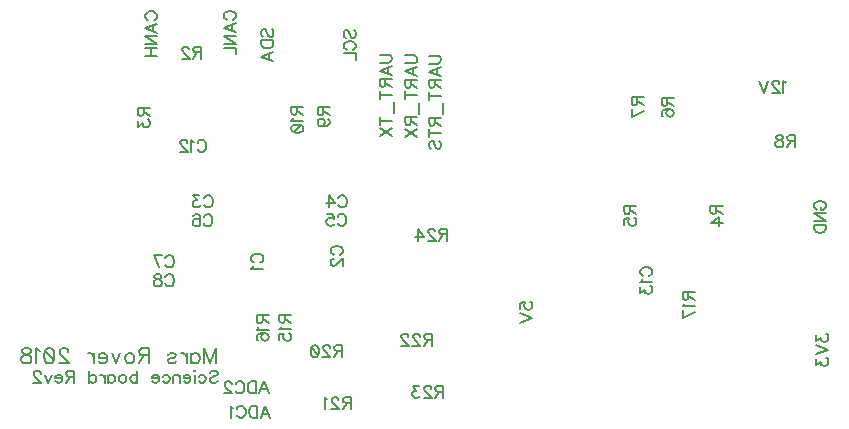
<source format=gbr>
G04 DipTrace 3.2.0.0*
G04 Science_board_v2_BottomSilk.gbr*
%MOMM*%
G04 #@! TF.FileFunction,Legend,Bot*
G04 #@! TF.Part,Single*
%ADD104C,0.15*%
%ADD105C,0.15686*%
%ADD106C,0.19608*%
%FSLAX35Y35*%
G04*
G71*
G90*
G75*
G01*
G04 BotSilk*
%LPD*%
X6760246Y3369685D2*
D104*
X6750476Y3374626D1*
X6735876Y3389114D1*
Y3287139D1*
X6700934Y3364856D2*
Y3369685D1*
X6696105Y3379456D1*
X6691276Y3384285D1*
X6681505Y3389114D1*
X6662076D1*
X6652417Y3384285D1*
X6647588Y3379456D1*
X6642646Y3369685D1*
Y3360026D1*
X6647588Y3350256D1*
X6657246Y3335768D1*
X6705876Y3287139D1*
X6637817D1*
X6607817Y3389226D2*
X6568959Y3287139D1*
X6530100Y3389226D1*
X7015666Y1238396D2*
Y1185050D1*
X7054525Y1214138D1*
Y1199538D1*
X7059354Y1189879D1*
X7064183Y1185050D1*
X7078783Y1180109D1*
X7088442Y1180108D1*
X7103042Y1185050D1*
X7112812Y1194708D1*
X7117642Y1209308D1*
Y1223908D1*
X7112812Y1238396D1*
X7107871Y1243225D1*
X7098212Y1248167D1*
X7015554Y1150109D2*
X7117642Y1111250D1*
X7015554Y1072392D1*
X7015666Y1032621D2*
Y979275D1*
X7054525Y1008363D1*
Y993763D1*
X7059354Y984104D1*
X7064183Y979275D1*
X7078783Y974333D1*
X7088442D1*
X7103042Y979275D1*
X7112812Y988933D1*
X7117642Y1003533D1*
Y1018133D1*
X7112812Y1032621D1*
X7107871Y1037450D1*
X7098212Y1042392D1*
X4507416Y1458350D2*
Y1506867D1*
X4551104Y1511696D1*
X4546275Y1506867D1*
X4541333Y1492267D1*
Y1477779D1*
X4546275Y1463179D1*
X4555933Y1453409D1*
X4570533Y1448579D1*
X4580192D1*
X4594792Y1453409D1*
X4604562Y1463179D1*
X4609392Y1477779D1*
Y1492267D1*
X4604562Y1506867D1*
X4599621Y1511696D1*
X4589962Y1516638D1*
X4507304Y1418579D2*
X4609392Y1379721D1*
X4507304Y1340863D1*
X2311244Y534108D2*
X2350215Y636196D1*
X2389073Y534108D1*
X2374473Y568138D2*
X2325844D1*
X2281244Y636196D2*
Y534108D1*
X2247215D1*
X2232615Y539050D1*
X2222844Y548708D1*
X2218015Y558479D1*
X2213185Y572967D1*
Y597338D1*
X2218015Y611938D1*
X2222844Y621596D1*
X2232615Y631367D1*
X2247215Y636196D1*
X2281244D1*
X2110298Y611938D2*
X2115127Y621596D1*
X2124898Y631367D1*
X2134556Y636196D1*
X2153985D1*
X2163756Y631367D1*
X2173415Y621596D1*
X2178356Y611938D1*
X2183185Y597338D1*
Y572967D1*
X2178356Y558479D1*
X2173415Y548708D1*
X2163756Y539050D1*
X2153985Y534108D1*
X2134556D1*
X2124898Y539050D1*
X2115127Y548708D1*
X2110298Y558479D1*
X2080298Y616655D2*
X2070527Y621596D1*
X2055927Y636084D1*
Y534108D1*
X2301338Y741295D2*
X2340308Y843383D1*
X2379167Y741295D1*
X2364567Y775325D2*
X2315938D1*
X2271338Y843383D2*
Y741295D1*
X2237308D1*
X2222708Y746237D1*
X2212938Y755895D1*
X2208108Y765666D1*
X2203279Y780154D1*
Y804525D1*
X2208108Y819125D1*
X2212938Y828783D1*
X2222708Y838554D1*
X2237308Y843383D1*
X2271338D1*
X2100392Y819125D2*
X2105221Y828783D1*
X2114992Y838554D1*
X2124650Y843383D1*
X2144079D1*
X2153850Y838554D1*
X2163508Y828783D1*
X2168450Y819125D1*
X2173279Y804525D1*
Y780154D1*
X2168450Y765666D1*
X2163508Y755895D1*
X2153850Y746237D1*
X2144079Y741295D1*
X2124650D1*
X2114992Y746237D1*
X2105221Y755895D1*
X2100392Y765666D1*
X2065450Y819012D2*
Y823842D1*
X2060621Y833612D1*
X2055792Y838442D1*
X2046021Y843271D1*
X2026592D1*
X2016933Y838442D1*
X2012104Y833612D1*
X2007162Y823842D1*
Y814183D1*
X2012104Y804412D1*
X2021762Y789925D1*
X2070392Y741295D1*
X2002333D1*
X2255876Y1850492D2*
X2246217Y1855321D1*
X2236446Y1865092D1*
X2231617Y1874750D1*
Y1894179D1*
X2236446Y1903950D1*
X2246217Y1913609D1*
X2255876Y1918550D1*
X2270476Y1923379D1*
X2294846D1*
X2309334Y1918550D1*
X2319105Y1913609D1*
X2328763Y1903950D1*
X2333705Y1894179D1*
Y1874750D1*
X2328763Y1865092D1*
X2319105Y1855321D1*
X2309334Y1850492D1*
X2251159Y1820492D2*
X2246217Y1810721D1*
X2231729Y1796121D1*
X2333705D1*
X2930299Y1915849D2*
X2920641Y1920678D1*
X2910870Y1930449D1*
X2906041Y1940107D1*
Y1959537D1*
X2910870Y1969307D1*
X2920641Y1978966D1*
X2930299Y1983907D1*
X2944899Y1988736D1*
X2969270D1*
X2983758Y1983907D1*
X2993528Y1978966D1*
X3003187Y1969307D1*
X3008128Y1959536D1*
Y1940107D1*
X3003187Y1930449D1*
X2993528Y1920678D1*
X2983758Y1915849D1*
X2930411Y1880907D2*
X2925582D1*
X2915811Y1876078D1*
X2910982Y1871249D1*
X2906153Y1861478D1*
Y1842049D1*
X2910982Y1832391D1*
X2915811Y1827561D1*
X2925582Y1822620D1*
X2935241D1*
X2945011Y1827561D1*
X2959499Y1837220D1*
X3008128Y1885849D1*
Y1817791D1*
X1832335Y2393438D2*
X1837165Y2403096D1*
X1846935Y2412867D1*
X1856594Y2417696D1*
X1876023D1*
X1885794Y2412867D1*
X1895452Y2403096D1*
X1900394Y2393438D1*
X1905223Y2378838D1*
Y2354467D1*
X1900394Y2339979D1*
X1895452Y2330208D1*
X1885794Y2320550D1*
X1876023Y2315608D1*
X1856594D1*
X1846935Y2320550D1*
X1837165Y2330208D1*
X1832335Y2339979D1*
X1792565Y2417584D2*
X1739218D1*
X1768306Y2378725D1*
X1753706D1*
X1744048Y2373896D1*
X1739218Y2369067D1*
X1734277Y2354467D1*
Y2344808D1*
X1739218Y2330208D1*
X1748877Y2320438D1*
X1763477Y2315608D1*
X1778077D1*
X1792565Y2320438D1*
X1797394Y2325379D1*
X1802335Y2335038D1*
X2966500Y2393438D2*
X2971329Y2403096D1*
X2981100Y2412867D1*
X2990758Y2417696D1*
X3010188D1*
X3019958Y2412867D1*
X3029617Y2403096D1*
X3034558Y2393438D1*
X3039388Y2378838D1*
Y2354467D1*
X3034558Y2339979D1*
X3029617Y2330208D1*
X3019958Y2320550D1*
X3010188Y2315608D1*
X2990758D1*
X2981100Y2320550D1*
X2971329Y2330208D1*
X2966500Y2339979D1*
X2887871Y2315608D2*
Y2417584D1*
X2936500Y2349638D1*
X2863612D1*
X2964085Y2237875D2*
X2968915Y2247533D1*
X2978685Y2257304D1*
X2988344Y2262133D1*
X3007773D1*
X3017544Y2257304D1*
X3027202Y2247533D1*
X3032144Y2237875D1*
X3036973Y2223275D1*
Y2198904D1*
X3032144Y2184416D1*
X3027202Y2174645D1*
X3017544Y2164987D1*
X3007773Y2160045D1*
X2988344D1*
X2978685Y2164987D1*
X2968915Y2174645D1*
X2964085Y2184416D1*
X2875798Y2262021D2*
X2924315D1*
X2929144Y2218333D1*
X2924315Y2223162D1*
X2909715Y2228104D1*
X2895227D1*
X2880627Y2223162D1*
X2870856Y2213504D1*
X2866027Y2198904D1*
Y2189245D1*
X2870856Y2174645D1*
X2880627Y2164875D1*
X2895227Y2160045D1*
X2909715D1*
X2924315Y2164875D1*
X2929144Y2169816D1*
X2934085Y2179475D1*
X1829865Y2234688D2*
X1834694Y2244346D1*
X1844465Y2254117D1*
X1854123Y2258946D1*
X1873552D1*
X1883323Y2254117D1*
X1892982Y2244346D1*
X1897923Y2234688D1*
X1902752Y2220088D1*
Y2195717D1*
X1897923Y2181229D1*
X1892982Y2171458D1*
X1883323Y2161800D1*
X1873552Y2156858D1*
X1854123D1*
X1844465Y2161800D1*
X1834694Y2171458D1*
X1829865Y2181229D1*
X1741577Y2244346D2*
X1746406Y2254005D1*
X1761006Y2258834D1*
X1770665D1*
X1785265Y2254005D1*
X1795035Y2239405D1*
X1799865Y2215146D1*
Y2190888D1*
X1795035Y2171458D1*
X1785265Y2161688D1*
X1770665Y2156858D1*
X1765835D1*
X1751348Y2161688D1*
X1741577Y2171458D1*
X1736748Y2186058D1*
Y2190888D1*
X1741577Y2205488D1*
X1751348Y2215146D1*
X1765835Y2219975D1*
X1770665D1*
X1785265Y2215146D1*
X1795035Y2205488D1*
X1799865Y2190888D1*
X1503585Y1885438D2*
X1508415Y1895096D1*
X1518185Y1904867D1*
X1527844Y1909696D1*
X1547273D1*
X1557044Y1904867D1*
X1566702Y1895096D1*
X1571644Y1885438D1*
X1576473Y1870838D1*
Y1846467D1*
X1571644Y1831979D1*
X1566702Y1822208D1*
X1557044Y1812550D1*
X1547273Y1807608D1*
X1527844D1*
X1518185Y1812550D1*
X1508415Y1822208D1*
X1503585Y1831979D1*
X1454156Y1807608D2*
X1405527Y1909584D1*
X1473585D1*
X1503529Y1726688D2*
X1508358Y1736346D1*
X1518129Y1746117D1*
X1527788Y1750946D1*
X1547217D1*
X1556988Y1746117D1*
X1566646Y1736346D1*
X1571588Y1726688D1*
X1576417Y1712088D1*
Y1687717D1*
X1571588Y1673229D1*
X1566646Y1663458D1*
X1556988Y1653800D1*
X1547217Y1648858D1*
X1527788D1*
X1518129Y1653800D1*
X1508358Y1663458D1*
X1503529Y1673229D1*
X1449271Y1750834D2*
X1463758Y1746005D1*
X1468700Y1736346D1*
Y1726575D1*
X1463758Y1716917D1*
X1454100Y1711975D1*
X1434671Y1707146D1*
X1420071Y1702317D1*
X1410412Y1692546D1*
X1405583Y1682888D1*
Y1668288D1*
X1410412Y1658629D1*
X1415242Y1653688D1*
X1429842Y1648858D1*
X1449271D1*
X1463758Y1653688D1*
X1468700Y1658629D1*
X1473529Y1668288D1*
Y1682888D1*
X1468700Y1692546D1*
X1458929Y1702317D1*
X1444442Y1707146D1*
X1425012Y1711975D1*
X1415242Y1716917D1*
X1410412Y1726575D1*
Y1736346D1*
X1415242Y1746005D1*
X1429842Y1750834D1*
X1449271D1*
X1777524Y2863874D2*
X1782353Y2873533D1*
X1792124Y2883304D1*
X1801783Y2888133D1*
X1821212D1*
X1830983Y2883304D1*
X1840641Y2873533D1*
X1845583Y2863874D1*
X1850412Y2849274D1*
Y2824904D1*
X1845583Y2810416D1*
X1840641Y2800645D1*
X1830983Y2790987D1*
X1821212Y2786045D1*
X1801783D1*
X1792124Y2790987D1*
X1782353Y2800645D1*
X1777524Y2810416D1*
X1747524Y2868591D2*
X1737753Y2873533D1*
X1723153Y2888021D1*
Y2786045D1*
X1688212Y2863762D2*
Y2868591D1*
X1683383Y2878362D1*
X1678553Y2883191D1*
X1668783Y2888021D1*
X1649353D1*
X1639695Y2883191D1*
X1634866Y2878362D1*
X1629924Y2868591D1*
Y2858933D1*
X1634866Y2849162D1*
X1644524Y2834674D1*
X1693153Y2786045D1*
X1625095D1*
X5547682Y1736288D2*
X5538024Y1741117D1*
X5528253Y1750888D1*
X5523424Y1760546D1*
Y1779975D1*
X5528253Y1789746D1*
X5538024Y1799404D1*
X5547682Y1804346D1*
X5562282Y1809175D1*
X5586653D1*
X5601141Y1804346D1*
X5610912Y1799404D1*
X5620570Y1789746D1*
X5625512Y1779975D1*
Y1760546D1*
X5620570Y1750887D1*
X5610912Y1741117D1*
X5601141Y1736287D1*
X5542966Y1706288D2*
X5538024Y1696517D1*
X5523536Y1681917D1*
X5625512D1*
X5523536Y1642146D2*
Y1588800D1*
X5562395Y1617888D1*
Y1603288D1*
X5567224Y1593629D1*
X5572053Y1588800D1*
X5586653Y1583859D1*
X5596312D1*
X5610912Y1588800D1*
X5620682Y1598459D1*
X5625512Y1613058D1*
Y1627658D1*
X5620682Y1642146D1*
X5615741Y1646975D1*
X5606082Y1651917D1*
X1356562Y3902029D2*
X1346904Y3906859D1*
X1337133Y3916629D1*
X1332304Y3926288D1*
Y3945717D1*
X1337133Y3955488D1*
X1346904Y3965146D1*
X1356562Y3970088D1*
X1371162Y3974917D1*
X1395533D1*
X1410021Y3970088D1*
X1419792Y3965146D1*
X1429450Y3955488D1*
X1434392Y3945717D1*
Y3926288D1*
X1429450Y3916629D1*
X1419792Y3906858D1*
X1410021Y3902029D1*
X1434392Y3794200D2*
X1332304Y3833171D1*
X1434392Y3872029D1*
X1400362Y3857429D2*
Y3808800D1*
X1332304Y3696142D2*
X1434392D1*
X1332304Y3764200D1*
X1434392D1*
X1332304Y3666142D2*
X1434392D1*
X1332304Y3598083D2*
X1434392D1*
X1380933Y3666142D2*
Y3598083D1*
X2023312Y3905894D2*
X2013654Y3910723D1*
X2003883Y3920494D1*
X1999054Y3930152D1*
Y3949582D1*
X2003883Y3959352D1*
X2013654Y3969011D1*
X2023312Y3973952D1*
X2037912Y3978782D1*
X2062283D1*
X2076771Y3973952D1*
X2086542Y3969011D1*
X2096200Y3959352D1*
X2101142Y3949582D1*
Y3930152D1*
X2096200Y3920494D1*
X2086542Y3910723D1*
X2076771Y3905894D1*
X2101142Y3798065D2*
X1999054Y3837035D1*
X2101142Y3875894D1*
X2067112Y3861294D2*
Y3812665D1*
X1999054Y3700006D2*
X2101142D1*
X1999054Y3768065D1*
X2101142D1*
X1999054Y3670006D2*
X2101142D1*
Y3611719D1*
X7020276Y2298018D2*
X7010617Y2302847D1*
X7000846Y2312618D1*
X6996017Y2322277D1*
Y2341706D1*
X7000846Y2351476D1*
X7010617Y2361135D1*
X7020276Y2366076D1*
X7034875Y2370906D1*
X7059246D1*
X7073734Y2366076D1*
X7083505Y2361135D1*
X7093163Y2351476D1*
X7098105Y2341706D1*
Y2322276D1*
X7093163Y2312618D1*
X7083505Y2302847D1*
X7073734Y2298018D1*
X7059246D1*
Y2322276D1*
X6996017Y2199960D2*
X7098105D1*
X6996017Y2268018D1*
X7098105D1*
X6996017Y2169960D2*
X7098105D1*
Y2135930D1*
X7093163Y2121331D1*
X7083505Y2111560D1*
X7073734Y2106731D1*
X7059246Y2101901D1*
X7034875D1*
X7020275Y2106731D1*
X7010617Y2111560D1*
X7000846Y2121331D1*
X6996017Y2135931D1*
Y2169960D1*
X1807558Y3629837D2*
X1763871D1*
X1749271Y3634778D1*
X1744329Y3639608D1*
X1739500Y3649266D1*
Y3659037D1*
X1744329Y3668695D1*
X1749271Y3673637D1*
X1763871Y3678466D1*
X1807558D1*
Y3576378D1*
X1773529Y3629837D2*
X1739500Y3576378D1*
X1704558Y3654095D2*
Y3658925D1*
X1699729Y3668695D1*
X1694900Y3673525D1*
X1685129Y3678354D1*
X1665700D1*
X1656042Y3673525D1*
X1651212Y3668695D1*
X1646271Y3658925D1*
Y3649266D1*
X1651212Y3639495D1*
X1660871Y3625008D1*
X1709500Y3576378D1*
X1641442D1*
X1320683Y3159559D2*
Y3115871D1*
X1315742Y3101271D1*
X1310912Y3096329D1*
X1301254Y3091500D1*
X1291483D1*
X1281825Y3096329D1*
X1276883Y3101271D1*
X1272054Y3115871D1*
Y3159559D1*
X1374142Y3159558D1*
X1320683Y3125529D2*
X1374142Y3091500D1*
X1272166Y3051730D2*
Y2998383D1*
X1311025Y3027471D1*
Y3012871D1*
X1315854Y3003213D1*
X1320683Y2998383D1*
X1335283Y2993442D1*
X1344942D1*
X1359542Y2998383D1*
X1369312Y3008042D1*
X1374142Y3022642D1*
Y3037242D1*
X1369312Y3051729D1*
X1364371Y3056559D1*
X1354712Y3061500D1*
X6168433Y2329473D2*
Y2285785D1*
X6163492Y2271186D1*
X6158662Y2266244D1*
X6149004Y2261415D1*
X6139233D1*
X6129575Y2266244D1*
X6124633Y2271186D1*
X6119804Y2285786D1*
Y2329473D1*
X6221892D1*
X6168433Y2295444D2*
X6221892Y2261415D1*
Y2182786D2*
X6119916D1*
X6187862Y2231415D1*
Y2158527D1*
X5438183Y2327059D2*
Y2283371D1*
X5433242Y2268771D1*
X5428412Y2263829D1*
X5418754Y2259000D1*
X5408983D1*
X5399325Y2263829D1*
X5394383Y2268771D1*
X5389554Y2283371D1*
Y2327059D1*
X5491642Y2327058D1*
X5438183Y2293029D2*
X5491642Y2259000D1*
X5389666Y2170713D2*
Y2219230D1*
X5433354Y2224059D1*
X5428525Y2219229D1*
X5423583Y2204630D1*
Y2190142D1*
X5428525Y2175542D1*
X5438183Y2165771D1*
X5452783Y2160942D1*
X5462442D1*
X5477042Y2165771D1*
X5486812Y2175542D1*
X5491642Y2190142D1*
Y2204629D1*
X5486812Y2219229D1*
X5481871Y2224059D1*
X5472212Y2229000D1*
X5755683Y3245338D2*
Y3201650D1*
X5750742Y3187050D1*
X5745912Y3182109D1*
X5736254Y3177279D1*
X5726483D1*
X5716825Y3182109D1*
X5711883Y3187050D1*
X5707054Y3201650D1*
Y3245338D1*
X5809142D1*
X5755683Y3211309D2*
X5809142Y3177279D1*
X5721654Y3088992D2*
X5711995Y3093821D1*
X5707166Y3108421D1*
Y3118080D1*
X5711995Y3132680D1*
X5726596Y3142450D1*
X5750854Y3147279D1*
X5775112D1*
X5794542Y3142450D1*
X5804312Y3132679D1*
X5809142Y3118079D1*
Y3113250D1*
X5804312Y3098763D1*
X5794542Y3088992D1*
X5779942Y3084163D1*
X5775112D1*
X5760512Y3088992D1*
X5750854Y3098763D1*
X5746025Y3113250D1*
Y3118080D1*
X5750854Y3132679D1*
X5760512Y3142450D1*
X5775112Y3147279D1*
X5501683Y3247809D2*
Y3204121D1*
X5496742Y3189521D1*
X5491912Y3184579D1*
X5482254Y3179750D1*
X5472483D1*
X5462825Y3184579D1*
X5457883Y3189521D1*
X5453054Y3204121D1*
Y3247809D1*
X5555142Y3247808D1*
X5501683Y3213779D2*
X5555142Y3179750D1*
Y3130321D2*
X5453166Y3081692D1*
Y3149750D1*
X6835502Y2880317D2*
X6791815D1*
X6777215Y2885258D1*
X6772273Y2890088D1*
X6767444Y2899746D1*
Y2909517D1*
X6772273Y2919175D1*
X6777215Y2924117D1*
X6791815Y2928946D1*
X6835502D1*
Y2826858D1*
X6801473Y2880317D2*
X6767444Y2826858D1*
X6713185Y2928834D2*
X6727673Y2924005D1*
X6732615Y2914346D1*
Y2904575D1*
X6727673Y2894917D1*
X6718015Y2889975D1*
X6698585Y2885146D1*
X6683985Y2880317D1*
X6674327Y2870546D1*
X6669498Y2860888D1*
Y2846288D1*
X6674327Y2836629D1*
X6679156Y2831688D1*
X6693756Y2826858D1*
X6713185D1*
X6727673Y2831688D1*
X6732615Y2836629D1*
X6737444Y2846288D1*
Y2860888D1*
X6732615Y2870546D1*
X6722844Y2880317D1*
X6708356Y2885146D1*
X6688927Y2889975D1*
X6679156Y2894917D1*
X6674327Y2904575D1*
Y2914346D1*
X6679156Y2924005D1*
X6693756Y2928834D1*
X6713185D1*
X2841433Y3165644D2*
Y3121956D1*
X2836492Y3107356D1*
X2831662Y3102415D1*
X2822004Y3097586D1*
X2812233D1*
X2802575Y3102415D1*
X2797633Y3107356D1*
X2792804Y3121956D1*
Y3165644D1*
X2894892D1*
X2841433Y3131615D2*
X2894892Y3097585D1*
X2826833Y3004356D2*
X2841433Y3009298D1*
X2851204Y3018956D1*
X2856033Y3033556D1*
Y3038386D1*
X2851204Y3052986D1*
X2841433Y3062644D1*
X2826833Y3067586D1*
X2822004D1*
X2807404Y3062644D1*
X2797745Y3052986D1*
X2792916Y3038386D1*
Y3033556D1*
X2797745Y3018956D1*
X2807404Y3009298D1*
X2826833Y3004356D1*
X2851204D1*
X2875462Y3009298D1*
X2890062Y3018956D1*
X2894892Y3033556D1*
Y3043215D1*
X2890062Y3057815D1*
X2880292Y3062644D1*
X2618690Y3169174D2*
Y3125486D1*
X2613748Y3110886D1*
X2608919Y3105945D1*
X2599261Y3101116D1*
X2589490D1*
X2579831Y3105945D1*
X2574890Y3110886D1*
X2570061Y3125486D1*
Y3169174D1*
X2672148D1*
X2618690Y3135145D2*
X2672148Y3101115D1*
X2589602Y3071116D2*
X2584661Y3061345D1*
X2570173Y3046745D1*
X2672148D1*
X2570173Y2987545D2*
X2575002Y3002145D1*
X2589602Y3011916D1*
X2613861Y3016745D1*
X2628461D1*
X2652719Y3011916D1*
X2667319Y3002145D1*
X2672148Y2987545D1*
Y2977886D1*
X2667319Y2963286D1*
X2652719Y2953628D1*
X2628461Y2948686D1*
X2613861D1*
X2589602Y2953628D1*
X2575002Y2963286D1*
X2570173Y2977886D1*
Y2987545D1*
X2589602Y2953628D2*
X2652719Y3011916D1*
X2517353Y1405547D2*
Y1361860D1*
X2512412Y1347260D1*
X2507582Y1342318D1*
X2497924Y1337489D1*
X2488153D1*
X2478495Y1342318D1*
X2473553Y1347260D1*
X2468724Y1361860D1*
Y1405547D1*
X2570812D1*
X2517353Y1371518D2*
X2570812Y1337489D1*
X2488266Y1307489D2*
X2483324Y1297718D1*
X2468836Y1283118D1*
X2570812D1*
X2468836Y1194831D2*
Y1243347D1*
X2512524Y1248177D1*
X2507695Y1243347D1*
X2502753Y1228747D1*
Y1214260D1*
X2507695Y1199660D1*
X2517353Y1189889D1*
X2531953Y1185060D1*
X2541612D1*
X2556212Y1189889D1*
X2565982Y1199660D1*
X2570812Y1214260D1*
Y1228747D1*
X2565982Y1243347D1*
X2561041Y1248177D1*
X2551382Y1253118D1*
X2326853Y1403076D2*
Y1359389D1*
X2321912Y1344789D1*
X2317082Y1339847D1*
X2307424Y1335018D1*
X2297653D1*
X2287995Y1339847D1*
X2283053Y1344789D1*
X2278224Y1359389D1*
Y1403077D1*
X2380312Y1403076D1*
X2326853Y1369047D2*
X2380312Y1335018D1*
X2297766Y1305018D2*
X2292824Y1295247D1*
X2278336Y1280647D1*
X2380312D1*
X2292824Y1192360D2*
X2283165Y1197189D1*
X2278336Y1211789D1*
Y1221447D1*
X2283165Y1236047D1*
X2297766Y1245818D1*
X2322024Y1250647D1*
X2346282D1*
X2365712Y1245818D1*
X2375482Y1236047D1*
X2380312Y1221447D1*
Y1216618D1*
X2375482Y1202131D1*
X2365712Y1192360D1*
X2351112Y1187531D1*
X2346282D1*
X2331682Y1192360D1*
X2322024Y1202131D1*
X2317195Y1216618D1*
Y1221447D1*
X2322024Y1236047D1*
X2331682Y1245818D1*
X2346282Y1250647D1*
X5932683Y1599744D2*
Y1556056D1*
X5927742Y1541456D1*
X5922912Y1536515D1*
X5913254Y1531686D1*
X5903483D1*
X5893825Y1536515D1*
X5888883Y1541456D1*
X5884054Y1556056D1*
Y1599744D1*
X5986142D1*
X5932683Y1565715D2*
X5986142Y1531685D1*
X5903596Y1501686D2*
X5898654Y1491915D1*
X5884166Y1477315D1*
X5986142D1*
Y1427886D2*
X5884166Y1379256D1*
Y1447315D1*
X2999838Y1102317D2*
X2956150D1*
X2941550Y1107258D1*
X2936608Y1112088D1*
X2931779Y1121746D1*
Y1131517D1*
X2936608Y1141175D1*
X2941550Y1146117D1*
X2956150Y1150946D1*
X2999838D1*
Y1048858D1*
X2965808Y1102317D2*
X2931779Y1048858D1*
X2896838Y1126575D2*
Y1131405D1*
X2892008Y1141175D1*
X2887179Y1146005D1*
X2877408Y1150834D1*
X2857979D1*
X2848321Y1146005D1*
X2843492Y1141175D1*
X2838550Y1131405D1*
Y1121746D1*
X2843492Y1111975D1*
X2853150Y1097488D1*
X2901779Y1048858D1*
X2833721D1*
X2774521Y1150834D2*
X2789121Y1146005D1*
X2798892Y1131405D1*
X2803721Y1107146D1*
Y1092546D1*
X2798892Y1068288D1*
X2789121Y1053688D1*
X2774521Y1048858D1*
X2764862D1*
X2750262Y1053688D1*
X2740604Y1068288D1*
X2735662Y1092546D1*
Y1107146D1*
X2740604Y1131405D1*
X2750262Y1146005D1*
X2764862Y1150834D1*
X2774521D1*
X2740604Y1131405D2*
X2798892Y1068288D1*
X3073244Y661004D2*
X3029556D1*
X3014956Y665945D1*
X3010015Y670775D1*
X3005185Y680433D1*
Y690204D1*
X3010015Y699862D1*
X3014956Y704804D1*
X3029556Y709633D1*
X3073244D1*
Y607545D1*
X3039215Y661004D2*
X3005185Y607545D1*
X2970244Y685262D2*
Y690092D1*
X2965415Y699862D1*
X2960585Y704692D1*
X2950815Y709521D1*
X2931385D1*
X2921727Y704692D1*
X2916898Y699862D1*
X2911956Y690092D1*
Y680433D1*
X2916898Y670662D1*
X2926556Y656175D1*
X2975185Y607545D1*
X2907127D1*
X2877127Y690092D2*
X2867356Y695033D1*
X2852756Y709521D1*
Y607545D1*
X3761838Y1197567D2*
X3718150D1*
X3703550Y1202508D1*
X3698608Y1207338D1*
X3693779Y1216996D1*
Y1226767D1*
X3698608Y1236425D1*
X3703550Y1241367D1*
X3718150Y1246196D1*
X3761838D1*
Y1144108D1*
X3727808Y1197567D2*
X3693779Y1144108D1*
X3658838Y1221825D2*
Y1226655D1*
X3654008Y1236425D1*
X3649179Y1241255D1*
X3639408Y1246084D1*
X3619979D1*
X3610321Y1241255D1*
X3605492Y1236425D1*
X3600550Y1226655D1*
Y1216996D1*
X3605492Y1207225D1*
X3615150Y1192738D1*
X3663779Y1144108D1*
X3595721D1*
X3560779Y1221825D2*
Y1226655D1*
X3555950Y1236425D1*
X3551121Y1241255D1*
X3541350Y1246084D1*
X3521921D1*
X3512262Y1241255D1*
X3507433Y1236425D1*
X3502492Y1226655D1*
Y1216996D1*
X3507433Y1207225D1*
X3517092Y1192738D1*
X3565721Y1144108D1*
X3497662D1*
X3857088Y756254D2*
X3813400D1*
X3798800Y761195D1*
X3793858Y766025D1*
X3789029Y775683D1*
Y785454D1*
X3793858Y795112D1*
X3798800Y800054D1*
X3813400Y804883D1*
X3857088D1*
Y702795D1*
X3823058Y756254D2*
X3789029Y702795D1*
X3754088Y780512D2*
Y785342D1*
X3749258Y795112D1*
X3744429Y799942D1*
X3734658Y804771D1*
X3715229D1*
X3705571Y799942D1*
X3700742Y795112D1*
X3695800Y785342D1*
Y775683D1*
X3700742Y765912D1*
X3710400Y751425D1*
X3759029Y702795D1*
X3690971D1*
X3651200Y804771D2*
X3597854D1*
X3626942Y765912D1*
X3612342D1*
X3602683Y761083D1*
X3597854Y756254D1*
X3592912Y741654D1*
Y731995D1*
X3597854Y717395D1*
X3607512Y707625D1*
X3622112Y702795D1*
X3636712D1*
X3651200Y707625D1*
X3656029Y712566D1*
X3660971Y722225D1*
X3890173Y2088695D2*
X3846485D1*
X3831885Y2093637D1*
X3826944Y2098466D1*
X3822115Y2108124D1*
Y2117895D1*
X3826944Y2127554D1*
X3831885Y2132495D1*
X3846485Y2137324D1*
X3890173D1*
Y2035237D1*
X3856144Y2088695D2*
X3822115Y2035237D1*
X3787173Y2112954D2*
Y2117783D1*
X3782344Y2127554D1*
X3777515Y2132383D1*
X3767744Y2137212D1*
X3748315D1*
X3738656Y2132383D1*
X3733827Y2127554D1*
X3728885Y2117783D1*
Y2108124D1*
X3733827Y2098354D1*
X3743485Y2083866D1*
X3792115Y2035237D1*
X3724056D1*
X3645427D2*
Y2137212D1*
X3694056Y2069266D1*
X3621169D1*
X3029654Y3752809D2*
X3019883Y3762467D1*
X3015054Y3777067D1*
Y3796496D1*
X3019883Y3811096D1*
X3029654Y3820867D1*
X3039312D1*
X3049083Y3815925D1*
X3053912Y3811096D1*
X3058742Y3801438D1*
X3068512Y3772238D1*
X3073342Y3762467D1*
X3078283Y3757638D1*
X3087942Y3752808D1*
X3102542D1*
X3112200Y3762467D1*
X3117142Y3777067D1*
Y3796496D1*
X3112200Y3811096D1*
X3102542Y3820867D1*
X3039312Y3649921D2*
X3029654Y3654750D1*
X3019883Y3664521D1*
X3015054Y3674179D1*
Y3693609D1*
X3019883Y3703379D1*
X3029654Y3713038D1*
X3039312Y3717979D1*
X3053912Y3722809D1*
X3078283D1*
X3092771Y3717979D1*
X3102542Y3713038D1*
X3112200Y3703379D1*
X3117142Y3693608D1*
Y3674179D1*
X3112200Y3664521D1*
X3102542Y3654750D1*
X3092771Y3649921D1*
X3015054Y3619921D2*
X3117142D1*
Y3561633D1*
X2331154Y3760165D2*
X2321383Y3769823D1*
X2316554Y3784423D1*
Y3803852D1*
X2321383Y3818452D1*
X2331154Y3828223D1*
X2340812D1*
X2350583Y3823282D1*
X2355412Y3818452D1*
X2360242Y3808794D1*
X2370012Y3779594D1*
X2374842Y3769823D1*
X2379783Y3764994D1*
X2389442Y3760165D1*
X2404042D1*
X2413700Y3769823D1*
X2418642Y3784423D1*
Y3803852D1*
X2413700Y3818452D1*
X2404042Y3828223D1*
X2316554Y3730165D2*
X2418642D1*
Y3696135D1*
X2413700Y3681535D1*
X2404042Y3671765D1*
X2394271Y3666935D1*
X2379783Y3662106D1*
X2355412D1*
X2340812Y3666936D1*
X2331154Y3671765D1*
X2321383Y3681536D1*
X2316554Y3696136D1*
Y3730165D1*
X2418642Y3554277D2*
X2316554Y3593248D1*
X2418642Y3632106D1*
X2384612Y3617506D2*
Y3568877D1*
X3736421Y3601465D2*
X3809308D1*
X3823908Y3596636D1*
X3833567Y3586865D1*
X3838508Y3572265D1*
Y3562607D1*
X3833567Y3548007D1*
X3823908Y3538236D1*
X3809308Y3533407D1*
X3736421D1*
X3838508Y3425577D2*
X3736421Y3464548D1*
X3838508Y3503407D1*
X3804479Y3488807D2*
Y3440177D1*
X3785050Y3395577D2*
Y3351890D1*
X3780108Y3337290D1*
X3775279Y3332348D1*
X3765621Y3327519D1*
X3755850D1*
X3746191Y3332348D1*
X3741250Y3337290D1*
X3736421Y3351890D1*
Y3395577D1*
X3838508D1*
X3785050Y3361548D2*
X3838508Y3327519D1*
X3736421Y3263490D2*
X3838508D1*
X3736421Y3297519D2*
Y3229461D1*
X3855354Y3199461D2*
Y3107144D1*
X3785050Y3077144D2*
Y3033456D1*
X3780108Y3018856D1*
X3775279Y3013914D1*
X3765621Y3009085D1*
X3755850D1*
X3746191Y3013914D1*
X3741250Y3018856D1*
X3736421Y3033456D1*
Y3077144D1*
X3838508D1*
X3785050Y3043114D2*
X3838508Y3009085D1*
X3736421Y2945056D2*
X3838508D1*
X3736421Y2979085D2*
Y2911027D1*
X3751021Y2812969D2*
X3741250Y2822627D1*
X3736421Y2837227D1*
Y2856656D1*
X3741250Y2871256D1*
X3751021Y2881027D1*
X3760679D1*
X3770450Y2876085D1*
X3775279Y2871256D1*
X3780108Y2861598D1*
X3789879Y2832398D1*
X3794708Y2822627D1*
X3799650Y2817798D1*
X3809308Y2812969D1*
X3823908D1*
X3833567Y2822627D1*
X3838508Y2837227D1*
Y2856656D1*
X3833567Y2871256D1*
X3823908Y2881027D1*
X3534461Y3603999D2*
X3607348D1*
X3621948Y3599170D1*
X3631607Y3589399D1*
X3636548Y3574799D1*
Y3565141D1*
X3631607Y3550541D1*
X3621948Y3540770D1*
X3607348Y3535941D1*
X3534461D1*
X3636548Y3428112D2*
X3534461Y3467082D1*
X3636548Y3505941D1*
X3602519Y3491341D2*
Y3442712D1*
X3583090Y3398112D2*
Y3354424D1*
X3578148Y3339824D1*
X3573319Y3334882D1*
X3563661Y3330053D1*
X3553890D1*
X3544231Y3334882D1*
X3539290Y3339824D1*
X3534461Y3354424D1*
Y3398112D1*
X3636548D1*
X3583090Y3364082D2*
X3636548Y3330053D1*
X3534461Y3266024D2*
X3636548D1*
X3534461Y3300053D2*
Y3231995D1*
X3653394Y3201995D2*
Y3109678D1*
X3583090Y3079678D2*
Y3035990D1*
X3578148Y3021390D1*
X3573319Y3016449D1*
X3563661Y3011619D1*
X3553890D1*
X3544231Y3016449D1*
X3539290Y3021390D1*
X3534461Y3035990D1*
Y3079678D1*
X3636548D1*
X3583090Y3045649D2*
X3636548Y3011619D1*
X3534461Y2981620D2*
X3636548Y2913561D1*
X3534461D2*
X3636548Y2981619D1*
X3317941Y3609726D2*
X3390828D1*
X3405428Y3604897D1*
X3415087Y3595126D1*
X3420028Y3580526D1*
Y3570867D1*
X3415087Y3556267D1*
X3405428Y3546497D1*
X3390828Y3541667D1*
X3317941D1*
X3420028Y3433838D2*
X3317941Y3472809D1*
X3420028Y3511667D1*
X3385999Y3497067D2*
Y3448438D1*
X3366570Y3403838D2*
Y3360151D1*
X3361628Y3345551D1*
X3356799Y3340609D1*
X3347141Y3335780D1*
X3337370D1*
X3327711Y3340609D1*
X3322770Y3345551D1*
X3317941Y3360151D1*
Y3403838D1*
X3420028D1*
X3366570Y3369809D2*
X3420028Y3335780D1*
X3317941Y3271751D2*
X3420028D1*
X3317941Y3305780D2*
Y3237721D1*
X3436874Y3207721D2*
Y3115404D1*
X3317941Y3051375D2*
X3420028D1*
X3317941Y3085404D2*
Y3017346D1*
Y2987346D2*
X3420028Y2919288D1*
X3317941D2*
X3420028Y2987346D1*
X1878609Y918346D2*
D105*
X1888267Y928116D1*
X1902867Y932946D1*
X1922297D1*
X1936897Y928116D1*
X1946667Y918346D1*
Y908687D1*
X1941726Y898916D1*
X1936897Y894087D1*
X1927238Y889258D1*
X1898038Y879487D1*
X1888267Y874658D1*
X1883438Y869716D1*
X1878609Y860058D1*
Y845458D1*
X1888267Y835799D1*
X1902867Y830858D1*
X1922297D1*
X1936897Y835799D1*
X1946667Y845458D1*
X1788836Y884316D2*
X1798607Y894087D1*
X1808378Y898916D1*
X1822866D1*
X1832636Y894087D1*
X1842295Y884316D1*
X1847236Y869716D1*
Y860058D1*
X1842295Y845458D1*
X1832636Y835799D1*
X1822866Y830858D1*
X1808378D1*
X1798607Y835799D1*
X1788836Y845458D1*
X1757464Y932946D2*
X1752635Y928116D1*
X1747693Y932946D1*
X1752635Y937887D1*
X1757464Y932946D1*
X1752635Y898916D2*
Y830858D1*
X1716321Y869716D2*
X1658033D1*
Y879487D1*
X1662862Y889258D1*
X1667691Y894087D1*
X1677462Y898916D1*
X1692062D1*
X1701721Y894087D1*
X1711491Y884316D1*
X1716321Y869716D1*
Y860058D1*
X1711491Y845458D1*
X1701721Y835799D1*
X1692062Y830858D1*
X1677462D1*
X1667691Y835799D1*
X1658033Y845458D1*
X1626660Y898916D2*
Y830858D1*
Y879487D2*
X1612060Y894087D1*
X1602290Y898916D1*
X1587802D1*
X1578031Y894087D1*
X1573202Y879487D1*
Y830858D1*
X1483429Y884316D2*
X1493200Y894087D1*
X1502971Y898916D1*
X1517459D1*
X1527229Y894087D1*
X1536888Y884316D1*
X1541829Y869716D1*
Y860058D1*
X1536888Y845458D1*
X1527229Y835799D1*
X1517459Y830858D1*
X1502971D1*
X1493200Y835799D1*
X1483429Y845458D1*
X1452057Y869716D2*
X1393769D1*
Y879487D1*
X1398598Y889258D1*
X1403428Y894087D1*
X1413198Y898916D1*
X1427798D1*
X1437457Y894087D1*
X1447228Y884316D1*
X1452057Y869716D1*
Y860058D1*
X1447228Y845458D1*
X1437457Y835799D1*
X1427798Y830858D1*
X1413198D1*
X1403428Y835799D1*
X1393769Y845458D1*
X1263639Y932946D2*
Y830858D1*
Y884316D2*
X1253869Y894087D1*
X1244210Y898916D1*
X1229610D1*
X1219952Y894087D1*
X1210181Y884316D1*
X1205352Y869716D1*
Y860058D1*
X1210181Y845458D1*
X1219952Y835799D1*
X1229610Y830858D1*
X1244210D1*
X1253869Y835799D1*
X1263639Y845458D1*
X1149721Y898916D2*
X1159379Y894087D1*
X1169150Y884316D1*
X1173979Y869716D1*
Y860058D1*
X1169150Y845458D1*
X1159379Y835799D1*
X1149721Y830858D1*
X1135121D1*
X1125350Y835799D1*
X1115691Y845458D1*
X1110750Y860058D1*
Y869716D1*
X1115691Y884316D1*
X1125350Y894087D1*
X1135121Y898916D1*
X1149721D1*
X1021090D2*
Y830858D1*
Y884316D2*
X1030748Y894087D1*
X1040519Y898916D1*
X1055007D1*
X1064777Y894087D1*
X1074436Y884316D1*
X1079377Y869716D1*
Y860058D1*
X1074436Y845458D1*
X1064777Y835799D1*
X1055007Y830858D1*
X1040519D1*
X1030748Y835799D1*
X1021090Y845458D1*
X989717Y898916D2*
Y830858D1*
Y869716D2*
X984776Y884316D1*
X975117Y894087D1*
X965346Y898916D1*
X950746D1*
X861086Y932946D2*
Y830858D1*
Y884316D2*
X870745Y894087D1*
X880515Y898916D1*
X895115D1*
X904774Y894087D1*
X914545Y884316D1*
X919374Y869716D1*
Y860058D1*
X914545Y845458D1*
X904774Y835799D1*
X895115Y830858D1*
X880515D1*
X870745Y835799D1*
X861086Y845458D1*
X730956Y884316D2*
X687269D1*
X672669Y889258D1*
X667727Y894087D1*
X662898Y903746D1*
Y913516D1*
X667727Y923175D1*
X672669Y928116D1*
X687269Y932946D1*
X730956D1*
Y830858D1*
X696927Y884316D2*
X662898Y830858D1*
X631525Y869716D2*
X573238D1*
Y879487D1*
X578067Y889258D1*
X582896Y894087D1*
X592667Y898916D1*
X607267D1*
X616925Y894087D1*
X626696Y884316D1*
X631525Y869716D1*
Y860058D1*
X626696Y845458D1*
X616925Y835799D1*
X607267Y830858D1*
X592667D1*
X582896Y835799D1*
X573238Y845458D1*
X541865Y898916D2*
X512665Y830858D1*
X483577Y898916D1*
X447263Y908575D2*
Y913404D1*
X442434Y923175D1*
X437605Y928004D1*
X427834Y932833D1*
X408405D1*
X398746Y928004D1*
X393917Y923175D1*
X388976Y913404D1*
Y903746D1*
X393917Y893975D1*
X403576Y879487D1*
X452205Y830858D1*
X384146D1*
X1835379Y996691D2*
D106*
Y1124301D1*
X1883952Y996691D1*
X1932525Y1124301D1*
Y996691D1*
X1723304Y1081764D2*
Y996691D1*
Y1063514D2*
X1735377Y1075728D1*
X1747590Y1081764D1*
X1765700D1*
X1777913Y1075728D1*
X1789987Y1063514D1*
X1796163Y1045264D1*
Y1033191D1*
X1789987Y1014941D1*
X1777913Y1002868D1*
X1765700Y996691D1*
X1747590D1*
X1735377Y1002868D1*
X1723304Y1014941D1*
X1684088Y1081764D2*
Y996691D1*
Y1045264D2*
X1677911Y1063514D1*
X1665838Y1075728D1*
X1653625Y1081764D1*
X1635375D1*
X1529336Y1063514D2*
X1535372Y1075728D1*
X1553622Y1081764D1*
X1571872D1*
X1590122Y1075728D1*
X1596159Y1063514D1*
X1590122Y1051441D1*
X1577909Y1045264D1*
X1547586Y1039228D1*
X1535372Y1033191D1*
X1529336Y1020978D1*
Y1014941D1*
X1535372Y1002868D1*
X1553622Y996691D1*
X1571872D1*
X1590122Y1002868D1*
X1596159Y1014941D1*
X1366674Y1063514D2*
X1312064D1*
X1293814Y1069691D1*
X1287637Y1075728D1*
X1281601Y1087801D1*
Y1100014D1*
X1287637Y1112087D1*
X1293814Y1118264D1*
X1312064Y1124301D1*
X1366674D1*
Y996691D1*
X1324137Y1063514D2*
X1281601Y996691D1*
X1212062Y1081764D2*
X1224135Y1075728D1*
X1236349Y1063514D1*
X1242385Y1045264D1*
Y1033191D1*
X1236349Y1014941D1*
X1224135Y1002868D1*
X1212062Y996691D1*
X1193812D1*
X1181599Y1002868D1*
X1169525Y1014941D1*
X1163349Y1033191D1*
Y1045264D1*
X1169525Y1063514D1*
X1181599Y1075728D1*
X1193812Y1081764D1*
X1212062D1*
X1124133D2*
X1087633Y996691D1*
X1051273Y1081764D1*
X1012058Y1045264D2*
X939198D1*
Y1057478D1*
X945234Y1069691D1*
X951271Y1075728D1*
X963484Y1081764D1*
X981734D1*
X993808Y1075728D1*
X1006021Y1063514D1*
X1012058Y1045264D1*
Y1033191D1*
X1006021Y1014941D1*
X993808Y1002868D1*
X981734Y996691D1*
X963484D1*
X951271Y1002868D1*
X939198Y1014941D1*
X899982Y1081764D2*
Y996691D1*
Y1045264D2*
X893805Y1063514D1*
X881732Y1075728D1*
X869519Y1081764D1*
X851269D1*
X682430Y1093837D2*
Y1099874D1*
X676393Y1112087D1*
X670357Y1118124D1*
X658143Y1124160D1*
X633857D1*
X621784Y1118124D1*
X615747Y1112087D1*
X609570Y1099874D1*
Y1087801D1*
X615747Y1075587D1*
X627820Y1057478D1*
X688607Y996691D1*
X603534D1*
X527818Y1124160D2*
X546068Y1118124D1*
X558281Y1099874D1*
X564318Y1069551D1*
Y1051301D1*
X558281Y1020978D1*
X546068Y1002728D1*
X527818Y996691D1*
X515745D1*
X497495Y1002728D1*
X485422Y1020978D1*
X479245Y1051301D1*
Y1069551D1*
X485422Y1099874D1*
X497495Y1118124D1*
X515745Y1124160D1*
X527818D1*
X485422Y1099874D2*
X558281Y1020978D1*
X440029Y1099874D2*
X427816Y1106051D1*
X409566Y1124160D1*
Y996691D1*
X340027Y1124160D2*
X358136Y1118124D1*
X364313Y1106051D1*
Y1093837D1*
X358136Y1081764D1*
X346063Y1075587D1*
X321777Y1069551D1*
X303527Y1063514D1*
X291454Y1051301D1*
X285417Y1039228D1*
Y1020978D1*
X291454Y1008904D1*
X297490Y1002728D1*
X315740Y996691D1*
X340027D1*
X358136Y1002728D1*
X364313Y1008904D1*
X370350Y1020978D1*
Y1039228D1*
X364313Y1051301D1*
X352100Y1063514D1*
X333990Y1069551D1*
X309704Y1075587D1*
X297490Y1081764D1*
X291454Y1093837D1*
Y1106051D1*
X297490Y1118124D1*
X315740Y1124160D1*
X340027D1*
M02*

</source>
